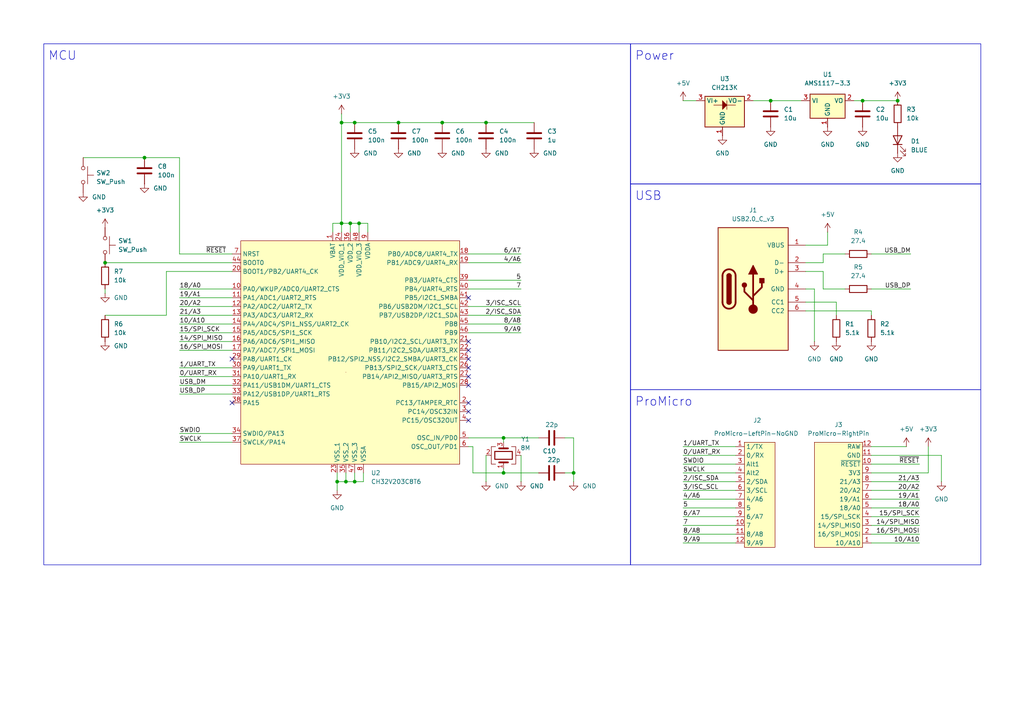
<source format=kicad_sch>
(kicad_sch (version 20231120) (generator "eeschema") (generator_version "8.0")
  (paper "A4")
  (title_block (title "CH32V203Micro") (rev "1.2.2") (company "74th"))
  (lib_symbols
    (symbol "74th_Interface:ProMicro-Left_NoGND"
      (property "Reference" "CH" (at 0 12.7 0))
      (property "Value" "ProMicro-Left_NoGND" (at 0 15.24 0))
      (symbol "ProMicro-Left_NoGND_0_1"
        (rectangle (start -3.81 11.43) (end 5.08 -19.05) (stroke (width 0.1524)) (fill (type background)))
      )
      (symbol "ProMicro-Left_NoGND_1_1"
        (pin bidirectional line (at -6.35 10.16 0) (length 2.54) (name "1/TX") (number "1"))
        (pin bidirectional line (at -6.35 -12.7 0) (length 2.54) (name "7") (number "10"))
        (pin bidirectional line (at -6.35 -15.24 0) (length 2.54) (name "8/A8") (number "11"))
        (pin bidirectional line (at -6.35 -17.78 0) (length 2.54) (name "9/A9") (number "12"))
        (pin bidirectional line (at -6.35 7.62 0) (length 2.54) (name "0/RX") (number "2"))
        (pin bidirectional line (at -6.35 5.08 0) (length 2.54) (name "Alt1") (number "3"))
        (pin bidirectional line (at -6.35 2.54 0) (length 2.54) (name "Alt2") (number "4"))
        (pin bidirectional line (at -6.35 0 0) (length 2.54) (name "2/SDA") (number "5"))
        (pin bidirectional line (at -6.35 -2.54 0) (length 2.54) (name "3/SCL") (number "6"))
        (pin bidirectional line (at -6.35 -5.08 0) (length 2.54) (name "4/A6") (number "7"))
        (pin bidirectional line (at -6.35 -7.62 0) (length 2.54) (name "5") (number "8"))
        (pin bidirectional line (at -6.35 -10.16 0) (length 2.54) (name "6/A7") (number "9"))
      )
    )
    (symbol "74th_Interface:ProMicro-Right"
      (property "Reference" "CH" (at 0 12.7 0))
      (property "Value" "ProMicro-Right" (at 0 15.24 0))
      (symbol "ProMicro-Right_0_1"
        (rectangle (start -3.81 11.43) (end 10.16 -19.05) (stroke (width 0.1524)) (fill (type background)))
      )
      (symbol "ProMicro-Right_1_1"
        (pin bidirectional line (at 12.7 -17.78 180) (length 2.54) (name "10/A10") (number "1"))
        (pin input line (at 12.7 5.08 180) (length 2.54) (name "~{RESET}") (number "10"))
        (pin power_in line (at 12.7 7.62 180) (length 2.54) (name "GND") (number "11"))
        (pin power_in line (at 12.7 10.16 180) (length 2.54) (name "RAW") (number "12"))
        (pin bidirectional line (at 12.7 -15.24 180) (length 2.54) (name "16/SPI_MOSI") (number "2"))
        (pin bidirectional line (at 12.7 -12.7 180) (length 2.54) (name "14/SPI_MISO") (number "3"))
        (pin bidirectional line (at 12.7 -10.16 180) (length 2.54) (name "15/SPI_SCK") (number "4"))
        (pin bidirectional line (at 12.7 -7.62 180) (length 2.54) (name "18/A0") (number "5"))
        (pin bidirectional line (at 12.7 -5.08 180) (length 2.54) (name "19/A1") (number "6"))
        (pin bidirectional line (at 12.7 -2.54 180) (length 2.54) (name "20/A2") (number "7"))
        (pin bidirectional line (at 12.7 0 180) (length 2.54) (name "21/A3") (number "8"))
        (pin power_in line (at 12.7 2.54 180) (length 2.54) (name "3V3") (number "9"))
      )
    )
    (symbol "74th_Interface:USB_TypeC-2.0_Receptacle_Simple" (pin_names (offset 1.016))
      (property "Reference" "J" (at -10.16 19.05 0))
      (property "Value" "USB2.0-C_SMT" (at 15.24 19.05 0))
      (symbol "USB_TypeC-2.0_Receptacle_Simple_0_1"
        (rectangle (start -10.16 17.78) (end 10.16 -17.78) (stroke (width 0.254)) (fill (type background)))
        (arc (start -8.89 -3.81) (mid -6.985 -5.7067) (end -5.08 -3.81) (stroke (width 0.508)))
        (arc (start -7.62 -3.81) (mid -6.985 -4.4423) (end -6.35 -3.81) (stroke (width 0.254)))
        (arc (start -7.62 -3.81) (mid -6.985 -4.4423) (end -6.35 -3.81) (stroke (width 0.254)) (fill (type outline)))
        (rectangle (start -7.62 -3.81) (end -6.35 3.81) (stroke (width 0.254)) (fill (type outline)))
        (arc (start -6.35 3.81) (mid -6.985 4.4423) (end -7.62 3.81) (stroke (width 0.254)))
        (arc (start -6.35 3.81) (mid -6.985 4.4423) (end -7.62 3.81) (stroke (width 0.254)) (fill (type outline)))
        (arc (start -5.08 3.81) (mid -6.985 5.7067) (end -8.89 3.81) (stroke (width 0.508)))
        (circle (center -2.54 1.143) (radius 0.635) (stroke (width 0.254)) (fill (type outline)))
        (circle (center 0 -5.842) (radius 1.27) (fill (type outline)))
        (polyline (pts (xy -8.89 -3.81) (xy -8.89 3.81)) (stroke (width 0.508)))
        (polyline (pts (xy -5.08 3.81) (xy -5.08 -3.81)) (stroke (width 0.508)))
        (polyline (pts (xy 0 -5.842) (xy 0 4.318)) (stroke (width 0.508)))
        (polyline (pts (xy 0 -3.302) (xy -2.54 -0.762) (xy -2.54 0.508)) (stroke (width 0.508)))
        (polyline (pts (xy 0 -2.032) (xy 2.54 0.508) (xy 2.54 1.778)) (stroke (width 0.508)))
        (polyline (pts (xy -1.27 4.318) (xy 0 6.858) (xy 1.27 4.318) (xy -1.27 4.318)) (stroke (width 0.254)) (fill (type outline)))
        (rectangle (start 1.905 1.778) (end 3.175 3.048) (stroke (width 0.254)) (fill (type outline)))
      )
      (symbol "USB_TypeC-2.0_Receptacle_Simple_1_1"
        (pin power_out line (at 15.24 12.7 180) (length 5.08) (name "VBUS") (number "1"))
        (pin bidirectional line (at 15.24 7.62 180) (length 5.08) (name "D-") (number "2"))
        (pin bidirectional line (at 15.24 5.08 180) (length 5.08) (name "D+") (number "3"))
        (pin power_out line (at 15.24 0 180) (length 5.08) (name "GND") (number "4"))
        (pin input line (at 15.24 -3.81 180) (length 5.08) (name "CC1") (number "5"))
        (pin input line (at 15.24 -6.35 180) (length 5.08) (name "CC2") (number "6"))
      )
    )
    (symbol "74th_MCU:CH32V203CxT6"
      (property "Reference" "U" (at -24.13 25.4 0))
      (property "Value" "CH32V203CxT6" (at 24.13 24.13 0))
      (symbol "CH32V203CxT6_0_1"
        (rectangle (start -31.75 22.86) (end 31.75 -41.91) (stroke (width 0.1524)) (fill (type background)))
        (rectangle (start -1.27 -15.24) (end -1.27 -15.24) (stroke (width 0.1524)))
      )
      (symbol "CH32V203CxT6_1_1"
        (pin power_in line (at -5.08 25.4 270) (length 2.54) (name "VBAT") (number "1"))
        (pin bidirectional line (at -34.29 8.89 0) (length 2.54) (name "PA0/WKUP/ADC0/UART2_CTS") (number "10"))
        (pin bidirectional line (at -34.29 6.35 0) (length 2.54) (name "PA1/ADC1/UART2_RTS") (number "11"))
        (pin bidirectional line (at -34.29 3.81 0) (length 2.54) (name "PA2/ADC2/UART2_TX") (number "12"))
        (pin bidirectional line (at -34.29 1.27 0) (length 2.54) (name "PA3/ADC3/UART2_RX") (number "13"))
        (pin bidirectional line (at -34.29 -1.27 0) (length 2.54) (name "PA4/ADC4/SPI1_NSS/UART2_CK") (number "14"))
        (pin bidirectional line (at -34.29 -3.81 0) (length 2.54) (name "PA5/ADC5/SPI1_SCK") (number "15"))
        (pin bidirectional line (at -34.29 -6.35 0) (length 2.54) (name "PA6/ADC6/SPI1_MISO") (number "16"))
        (pin bidirectional line (at -34.29 -8.89 0) (length 2.54) (name "PA7/ADC7/SPI1_MOSI") (number "17"))
        (pin bidirectional line (at 34.29 19.05 180) (length 2.54) (name "PB0/ADC8/UART4_TX") (number "18"))
        (pin bidirectional line (at 34.29 16.51 180) (length 2.54) (name "PB1/ADC9/UART4_RX") (number "19"))
        (pin bidirectional line (at 34.29 -24.13 180) (length 2.54) (name "PC13/TAMPER_RTC") (number "2"))
        (pin bidirectional line (at -34.29 13.97 0) (length 2.54) (name "BOOT1/PB2/UART4_CK") (number "20"))
        (pin bidirectional line (at 34.29 -6.35 180) (length 2.54) (name "PB10/I2C2_SCL/UART3_TX") (number "21"))
        (pin bidirectional line (at 34.29 -8.89 180) (length 2.54) (name "PB11/I2C2_SDA/UART3_RX") (number "22"))
        (pin power_in line (at -3.81 -44.45 90) (length 2.54) (name "VSS_1") (number "23"))
        (pin power_in line (at -2.54 25.4 270) (length 2.54) (name "VDD_VIO_1") (number "24"))
        (pin bidirectional line (at 34.29 -11.43 180) (length 2.54) (name "PB12/SPI2_NSS/I2C2_SMBA/UART3_CK") (number "25"))
        (pin bidirectional line (at 34.29 -13.97 180) (length 2.54) (name "PB13/SPI2_SCK/UART3_CTS") (number "26"))
        (pin bidirectional line (at 34.29 -16.51 180) (length 2.54) (name "PB14/API2_MISO/UART3_RTS") (number "27"))
        (pin bidirectional line (at 34.29 -19.05 180) (length 2.54) (name "PB15/API2_MOSI") (number "28"))
        (pin bidirectional line (at -34.29 -11.43 0) (length 2.54) (name "PA8/UART1_CK") (number "29"))
        (pin bidirectional line (at 34.29 -26.67 180) (length 2.54) (name "PC14/OSC32IN") (number "3"))
        (pin bidirectional line (at -34.29 -13.97 0) (length 2.54) (name "PA9/UART1_TX") (number "30"))
        (pin bidirectional line (at -34.29 -16.51 0) (length 2.54) (name "PA10/UART1_RX") (number "31"))
        (pin bidirectional line (at -34.29 -19.05 0) (length 2.54) (name "PA11/USB1DM/UART1_CTS") (number "32"))
        (pin bidirectional line (at -34.29 -21.59 0) (length 2.54) (name "PA12/USB1DP/UART1_RTS") (number "33"))
        (pin bidirectional line (at -34.29 -33.02 0) (length 2.54) (name "SWDIO/PA13") (number "34"))
        (pin power_in line (at -1.27 -44.45 90) (length 2.54) (name "VSS_2") (number "35"))
        (pin power_in line (at 0 25.4 270) (length 2.54) (name "VDD_2") (number "36"))
        (pin bidirectional line (at -34.29 -35.56 0) (length 2.54) (name "SWCLK/PA14") (number "37"))
        (pin bidirectional line (at -34.29 -24.13 0) (length 2.54) (name "PA15") (number "38"))
        (pin bidirectional line (at 34.29 11.43 180) (length 2.54) (name "PB3/UART4_CTS") (number "39"))
        (pin bidirectional line (at 34.29 -29.21 180) (length 2.54) (name "PC15/OSC32OUT") (number "4"))
        (pin bidirectional line (at 34.29 8.89 180) (length 2.54) (name "PB4/UART4_RTS") (number "40"))
        (pin bidirectional line (at 34.29 6.35 180) (length 2.54) (name "PB5/I2C1_SMBA") (number "41"))
        (pin bidirectional line (at 34.29 3.81 180) (length 2.54) (name "PB6/USB2DM/I2C1_SCL") (number "42"))
        (pin bidirectional line (at 34.29 1.27 180) (length 2.54) (name "PB7/USB2DP/I2C1_SDA") (number "43"))
        (pin input line (at -34.29 16.51 0) (length 2.54) (name "BOOT0") (number "44"))
        (pin bidirectional line (at 34.29 -1.27 180) (length 2.54) (name "PB8") (number "45"))
        (pin bidirectional line (at 34.29 -3.81 180) (length 2.54) (name "PB9") (number "46"))
        (pin power_in line (at 1.27 -44.45 90) (length 2.54) (name "VSS_3") (number "47"))
        (pin power_in line (at 2.54 25.4 270) (length 2.54) (name "VDD_VIO_3") (number "48"))
        (pin bidirectional line (at 34.29 -34.29 180) (length 2.54) (name "OSC_IN/PD0") (number "5"))
        (pin bidirectional line (at 34.29 -36.83 180) (length 2.54) (name "OSC_OUT/PD1") (number "6"))
        (pin input line (at -34.29 19.05 0) (length 2.54) (name "NRST") (number "7"))
        (pin input line (at 3.81 -44.45 90) (length 2.54) (name "VSSA") (number "8"))
        (pin input line (at 5.08 25.4 270) (length 2.54) (name "VDDA") (number "9"))
      )
    )
    (symbol "74th_Passive:CH213K_Ideal-Diode-for-USB-Power"
      (property "Reference" "U" (at -3.81 6.35 0))
      (property "Value" "CH213K" (at 2.54 6.35 0))
      (symbol "CH213K_Ideal-Diode-for-USB-Power_0_1"
        (polyline (pts (xy -2.54 2.54) (xy 3.81 2.54)))
        (polyline (pts (xy 1.27 3.81) (xy 1.27 1.27)))
      )
      (symbol "CH213K_Ideal-Diode-for-USB-Power_1_1"
        (rectangle (start -5.08 5.08) (end 6.35 -3.81) (stroke (width 0.254)) (fill (type background)))
        (polyline (pts (xy 0 3.81) (xy 0 1.27) (xy 1.27 2.54) (xy 0 3.81)) (fill (type outline)))
        (pin power_in line (at 0 -6.35 90) (length 2.54) (name "GND") (number "1"))
        (pin power_out line (at 8.89 3.81 180) (length 2.54) (name "VO-") (number "2"))
        (pin power_in line (at -7.62 3.81 0) (length 2.54) (name "VI+") (number "3"))
      )
    )
    (symbol "Device:C" (pin_numbers hide) (pin_names (offset 0.254))
      (property "Reference" "C" (at 0.635 2.54 0))
      (property "Value" "C" (at 0.635 -2.54 0))
      (symbol "C_0_1"
        (polyline (pts (xy -2.032 -0.762) (xy 2.032 -0.762)) (stroke (width 0.508)))
        (polyline (pts (xy -2.032 0.762) (xy 2.032 0.762)) (stroke (width 0.508)))
      )
      (symbol "C_1_1"
        (pin passive line (at 0 3.81 270) (length 2.794) (name "~") (number "1"))
        (pin passive line (at 0 -3.81 90) (length 2.794) (name "~") (number "2"))
      )
    )
    (symbol "Device:Crystal_GND24" (pin_names (offset 1.016) hide)
      (property "Reference" "Y" (at 3.175 5.08 0))
      (property "Value" "Crystal_GND24" (at 3.175 3.175 0))
      (symbol "Crystal_GND24_0_1"
        (rectangle (start -1.143 2.54) (end 1.143 -2.54) (stroke (width 0.3048)))
        (polyline (pts (xy -2.54 0) (xy -2.032 0)))
        (polyline (pts (xy -2.032 -1.27) (xy -2.032 1.27)) (stroke (width 0.508)))
        (polyline (pts (xy 0 -3.81) (xy 0 -3.556)))
        (polyline (pts (xy 0 3.556) (xy 0 3.81)))
        (polyline (pts (xy 2.032 -1.27) (xy 2.032 1.27)) (stroke (width 0.508)))
        (polyline (pts (xy 2.032 0) (xy 2.54 0)))
        (polyline (pts (xy -2.54 -2.286) (xy -2.54 -3.556) (xy 2.54 -3.556) (xy 2.54 -2.286)))
        (polyline (pts (xy -2.54 2.286) (xy -2.54 3.556) (xy 2.54 3.556) (xy 2.54 2.286)))
      )
      (symbol "Crystal_GND24_1_1"
        (pin passive line (at -3.81 0 0) (length 1.27) (name "1") (number "1"))
        (pin passive line (at 0 5.08 270) (length 1.27) (name "2") (number "2"))
        (pin passive line (at 3.81 0 180) (length 1.27) (name "3") (number "3"))
        (pin passive line (at 0 -5.08 90) (length 1.27) (name "4") (number "4"))
      )
    )
    (symbol "Device:LED" (pin_numbers hide) (pin_names (offset 1.016) hide)
      (property "Reference" "D" (at 0 2.54 0))
      (property "Value" "LED" (at 0 -2.54 0))
      (symbol "LED_0_1"
        (polyline (pts (xy -1.27 -1.27) (xy -1.27 1.27)) (stroke (width 0.254)))
        (polyline (pts (xy -1.27 0) (xy 1.27 0)))
        (polyline (pts (xy 1.27 -1.27) (xy 1.27 1.27) (xy -1.27 0) (xy 1.27 -1.27)) (stroke (width 0.254)))
        (polyline (pts (xy -3.048 -0.762) (xy -4.572 -2.286) (xy -3.81 -2.286) (xy -4.572 -2.286) (xy -4.572 -1.524)))
        (polyline (pts (xy -1.778 -0.762) (xy -3.302 -2.286) (xy -2.54 -2.286) (xy -3.302 -2.286) (xy -3.302 -1.524)))
      )
      (symbol "LED_1_1"
        (pin passive line (at -3.81 0 0) (length 2.54) (name "K") (number "1"))
        (pin passive line (at 3.81 0 180) (length 2.54) (name "A") (number "2"))
      )
    )
    (symbol "Device:R" (pin_numbers hide) (pin_names (offset 0))
      (property "Reference" "R" (at 2.032 0 90))
      (property "Value" "R" (at 0 0 90))
      (symbol "R_0_1"
        (rectangle (start -1.016 -2.54) (end 1.016 2.54) (stroke (width 0.254)))
      )
      (symbol "R_1_1"
        (pin passive line (at 0 3.81 270) (length 1.27) (name "~") (number "1"))
        (pin passive line (at 0 -3.81 90) (length 1.27) (name "~") (number "2"))
      )
    )
    (symbol "Regulator_Linear:AMS1117-3.3"
      (property "Reference" "U" (at -3.81 3.175 0))
      (property "Value" "AMS1117-3.3" (at 0 3.175 0))
      (symbol "AMS1117-3.3_0_1"
        (rectangle (start -5.08 -5.08) (end 5.08 1.905) (stroke (width 0.254)) (fill (type background)))
      )
      (symbol "AMS1117-3.3_1_1"
        (pin power_in line (at 0 -7.62 90) (length 2.54) (name "GND") (number "1"))
        (pin power_out line (at 7.62 0 180) (length 2.54) (name "VO") (number "2"))
        (pin power_in line (at -7.62 0 0) (length 2.54) (name "VI") (number "3"))
      )
    )
    (symbol "Switch:SW_Push" (pin_numbers hide) (pin_names (offset 1.016) hide)
      (property "Reference" "SW" (at 1.27 2.54 0))
      (property "Value" "SW_Push" (at 0 -1.524 0))
      (symbol "SW_Push_0_1"
        (circle (center -2.032 0) (radius 0.508))
        (polyline (pts (xy 0 1.27) (xy 0 3.048)))
        (polyline (pts (xy 2.54 1.27) (xy -2.54 1.27)))
        (circle (center 2.032 0) (radius 0.508))
        (pin passive line (at -5.08 0 0) (length 2.54) (name "1") (number "1"))
        (pin passive line (at 5.08 0 180) (length 2.54) (name "2") (number "2"))
      )
    )
    (symbol "power:+3V3" (power) (pin_numbers hide) (pin_names (offset 0) hide)
      (property "Value" "+3V3" (at 0 3.556 0))
      (symbol "+3V3_0_1"
        (polyline (pts (xy -0.762 1.27) (xy 0 2.54)))
        (polyline (pts (xy 0 0) (xy 0 2.54)))
        (polyline (pts (xy 0 2.54) (xy 0.762 1.27)))
      )
      (symbol "+3V3_1_1"
        (pin power_in line (at 0 0 90) (length 0) (name "~") (number "1"))
      )
    )
    (symbol "power:+5V" (power) (pin_numbers hide) (pin_names (offset 0) hide)
      (property "Value" "+5V" (at 0 3.556 0))
      (symbol "+5V_0_1"
        (polyline (pts (xy -0.762 1.27) (xy 0 2.54)))
        (polyline (pts (xy 0 0) (xy 0 2.54)))
        (polyline (pts (xy 0 2.54) (xy 0.762 1.27)))
      )
      (symbol "+5V_1_1"
        (pin power_in line (at 0 0 90) (length 0) (name "~") (number "1"))
      )
    )
    (symbol "power:GND" (power) (pin_numbers hide) (pin_names (offset 0) hide)
      (property "Value" "GND" (at 0 -3.81 0))
      (symbol "GND_0_1"
        (polyline (pts (xy 0 0) (xy 0 -1.27) (xy 1.27 -1.27) (xy 0 -2.54) (xy -1.27 -1.27) (xy 0 -1.27)))
      )
      (symbol "GND_1_1"
        (pin power_in line (at 0 0 270) (length 0) (name "~") (number "1"))
      )
    )
  )
  (junction (at 99.06 35.56))
  (junction (at 30.48 76.2))
  (junction (at 146.05 127))
  (junction (at 140.97 35.56))
  (junction (at 115.57 35.56))
  (junction (at 97.79 139.7))
  (junction (at 104.14 64.77))
  (junction (at 260.35 29.21))
  (junction (at 250.19 29.21))
  (junction (at 166.37 137.16))
  (junction (at 99.06 64.77))
  (junction (at 41.91 45.72))
  (junction (at 101.6 64.77))
  (junction (at 100.33 139.7))
  (junction (at 102.87 35.56))
  (junction (at 128.27 35.56))
  (junction (at 102.87 139.7))
  (junction (at 146.05 137.16))
  (junction (at 223.52 29.21))
  (no_connect (at 135.89 101.6))
  (no_connect (at 135.89 99.06))
  (no_connect (at 135.89 109.22))
  (no_connect (at 135.89 104.14))
  (no_connect (at 67.31 104.14))
  (no_connect (at 135.89 119.38))
  (no_connect (at 135.89 111.76))
  (no_connect (at 135.89 106.68))
  (no_connect (at 135.89 121.92))
  (no_connect (at 135.89 86.36))
  (no_connect (at 135.89 116.84))
  (no_connect (at 67.31 116.84))
  (wire (pts (xy 96.52 64.77) (xy 99.06 64.77)))
  (wire (pts (xy 30.48 76.2) (xy 67.31 76.2)))
  (wire (pts (xy 198.12 152.4) (xy 213.36 152.4)))
  (wire (pts (xy 238.76 83.82) (xy 245.11 83.82)))
  (wire (pts (xy 52.07 114.3) (xy 67.31 114.3)))
  (wire (pts (xy 166.37 139.7) (xy 166.37 137.16)))
  (wire (pts (xy 41.91 45.72) (xy 52.07 45.72)))
  (wire (pts (xy 198.12 129.54) (xy 213.36 129.54)))
  (wire (pts (xy 252.73 149.86) (xy 266.7 149.86)))
  (wire (pts (xy 135.89 91.44) (xy 151.13 91.44)))
  (wire (pts (xy 128.27 35.56) (xy 140.97 35.56)))
  (wire (pts (xy 52.07 45.72) (xy 52.07 73.66)))
  (wire (pts (xy 102.87 35.56) (xy 115.57 35.56)))
  (wire (pts (xy 135.89 76.2) (xy 151.13 76.2)))
  (wire (pts (xy 198.12 142.24) (xy 213.36 142.24)))
  (wire (pts (xy 198.12 149.86) (xy 213.36 149.86)))
  (wire (pts (xy 97.79 139.7) (xy 97.79 142.24)))
  (wire (pts (xy 52.07 106.68) (xy 67.31 106.68)))
  (wire (pts (xy 236.22 83.82) (xy 233.68 83.82)))
  (wire (pts (xy 198.12 134.62) (xy 213.36 134.62)))
  (wire (pts (xy 52.07 83.82) (xy 67.31 83.82)))
  (wire (pts (xy 238.76 78.74) (xy 238.76 83.82)))
  (wire (pts (xy 252.73 139.7) (xy 266.7 139.7)))
  (wire (pts (xy 146.05 135.89) (xy 146.05 137.16)))
  (wire (pts (xy 252.73 129.54) (xy 262.89 129.54)))
  (wire (pts (xy 198.12 29.21) (xy 201.93 29.21)))
  (wire (pts (xy 52.07 93.98) (xy 67.31 93.98)))
  (wire (pts (xy 52.07 88.9) (xy 67.31 88.9)))
  (wire (pts (xy 30.48 91.44) (xy 48.26 91.44)))
  (wire (pts (xy 252.73 73.66) (xy 264.16 73.66)))
  (wire (pts (xy 252.73 90.17) (xy 252.73 91.44)))
  (wire (pts (xy 236.22 83.82) (xy 236.22 99.06)))
  (wire (pts (xy 52.07 109.22) (xy 67.31 109.22)))
  (wire (pts (xy 135.89 88.9) (xy 151.13 88.9)))
  (wire (pts (xy 151.13 83.82) (xy 135.89 83.82)))
  (wire (pts (xy 99.06 35.56) (xy 102.87 35.56)))
  (wire (pts (xy 101.6 64.77) (xy 101.6 67.31)))
  (wire (pts (xy 99.06 35.56) (xy 99.06 64.77)))
  (wire (pts (xy 242.57 87.63) (xy 242.57 91.44)))
  (wire (pts (xy 104.14 64.77) (xy 101.6 64.77)))
  (wire (pts (xy 96.52 67.31) (xy 96.52 64.77)))
  (wire (pts (xy 67.31 78.74) (xy 48.26 78.74)))
  (wire (pts (xy 238.76 73.66) (xy 238.76 76.2)))
  (wire (pts (xy 146.05 127) (xy 156.21 127)))
  (wire (pts (xy 52.07 86.36) (xy 67.31 86.36)))
  (wire (pts (xy 252.73 132.08) (xy 273.05 132.08)))
  (wire (pts (xy 151.13 132.08) (xy 151.13 139.7)))
  (wire (pts (xy 140.97 132.08) (xy 140.97 139.7)))
  (wire (pts (xy 252.73 83.82) (xy 264.16 83.82)))
  (wire (pts (xy 252.73 152.4) (xy 266.7 152.4)))
  (wire (pts (xy 102.87 137.16) (xy 102.87 139.7)))
  (wire (pts (xy 100.33 137.16) (xy 100.33 139.7)))
  (wire (pts (xy 100.33 139.7) (xy 97.79 139.7)))
  (wire (pts (xy 198.12 154.94) (xy 213.36 154.94)))
  (wire (pts (xy 166.37 127) (xy 166.37 137.16)))
  (wire (pts (xy 252.73 134.62) (xy 266.7 134.62)))
  (wire (pts (xy 105.41 137.16) (xy 105.41 139.7)))
  (wire (pts (xy 99.06 64.77) (xy 99.06 67.31)))
  (wire (pts (xy 97.79 137.16) (xy 97.79 139.7)))
  (wire (pts (xy 135.89 93.98) (xy 151.13 93.98)))
  (wire (pts (xy 247.65 29.21) (xy 250.19 29.21)))
  (wire (pts (xy 102.87 139.7) (xy 100.33 139.7)))
  (wire (pts (xy 198.12 139.7) (xy 213.36 139.7)))
  (wire (pts (xy 252.73 157.48) (xy 266.7 157.48)))
  (wire (pts (xy 137.16 137.16) (xy 146.05 137.16)))
  (wire (pts (xy 233.68 71.12) (xy 240.03 71.12)))
  (wire (pts (xy 269.24 137.16) (xy 269.24 129.54)))
  (wire (pts (xy 238.76 78.74) (xy 233.68 78.74)))
  (wire (pts (xy 198.12 144.78) (xy 213.36 144.78)))
  (wire (pts (xy 252.73 142.24) (xy 266.7 142.24)))
  (wire (pts (xy 151.13 81.28) (xy 135.89 81.28)))
  (wire (pts (xy 52.07 91.44) (xy 67.31 91.44)))
  (wire (pts (xy 104.14 64.77) (xy 106.68 64.77)))
  (wire (pts (xy 146.05 127) (xy 146.05 128.27)))
  (wire (pts (xy 52.07 96.52) (xy 67.31 96.52)))
  (wire (pts (xy 52.07 73.66) (xy 67.31 73.66)))
  (wire (pts (xy 137.16 129.54) (xy 137.16 137.16)))
  (wire (pts (xy 146.05 137.16) (xy 156.21 137.16)))
  (wire (pts (xy 115.57 35.56) (xy 128.27 35.56)))
  (wire (pts (xy 198.12 157.48) (xy 213.36 157.48)))
  (wire (pts (xy 198.12 147.32) (xy 213.36 147.32)))
  (wire (pts (xy 24.13 45.72) (xy 41.91 45.72)))
  (wire (pts (xy 52.07 128.27) (xy 67.31 128.27)))
  (wire (pts (xy 104.14 64.77) (xy 104.14 67.31)))
  (wire (pts (xy 135.89 73.66) (xy 151.13 73.66)))
  (wire (pts (xy 52.07 125.73) (xy 67.31 125.73)))
  (wire (pts (xy 99.06 33.02) (xy 99.06 35.56)))
  (wire (pts (xy 135.89 129.54) (xy 137.16 129.54)))
  (wire (pts (xy 52.07 111.76) (xy 67.31 111.76)))
  (wire (pts (xy 252.73 144.78) (xy 266.7 144.78)))
  (wire (pts (xy 106.68 67.31) (xy 106.68 64.77)))
  (wire (pts (xy 140.97 35.56) (xy 154.94 35.56)))
  (wire (pts (xy 252.73 137.16) (xy 269.24 137.16)))
  (wire (pts (xy 240.03 67.31) (xy 240.03 71.12)))
  (wire (pts (xy 48.26 78.74) (xy 48.26 91.44)))
  (wire (pts (xy 238.76 73.66) (xy 245.11 73.66)))
  (wire (pts (xy 238.76 76.2) (xy 233.68 76.2)))
  (wire (pts (xy 166.37 137.16) (xy 163.83 137.16)))
  (wire (pts (xy 135.89 127) (xy 146.05 127)))
  (wire (pts (xy 52.07 101.6) (xy 67.31 101.6)))
  (wire (pts (xy 223.52 29.21) (xy 232.41 29.21)))
  (wire (pts (xy 198.12 132.08) (xy 213.36 132.08)))
  (wire (pts (xy 273.05 132.08) (xy 273.05 139.7)))
  (wire (pts (xy 198.12 137.16) (xy 213.36 137.16)))
  (wire (pts (xy 30.48 83.82) (xy 30.48 85.09)))
  (wire (pts (xy 166.37 127) (xy 163.83 127)))
  (wire (pts (xy 252.73 154.94) (xy 266.7 154.94)))
  (wire (pts (xy 250.19 29.21) (xy 260.35 29.21)))
  (wire (pts (xy 105.41 139.7) (xy 102.87 139.7)))
  (wire (pts (xy 135.89 96.52) (xy 151.13 96.52)))
  (wire (pts (xy 252.73 147.32) (xy 266.7 147.32)))
  (wire (pts (xy 52.07 99.06) (xy 67.31 99.06)))
  (wire (pts (xy 101.6 64.77) (xy 99.06 64.77)))
  (wire (pts (xy 233.68 87.63) (xy 242.57 87.63)))
  (wire (pts (xy 233.68 90.17) (xy 252.73 90.17)))
  (wire (pts (xy 218.44 29.21) (xy 223.52 29.21)))
  (rectangle (start 182.88 12.7) (end 284.48 53.34))
  (rectangle (start 182.88 53.34) (end 284.48 113.03))
  (rectangle (start 12.7 12.7) (end 182.88 163.83))
  (rectangle (start 182.88 113.03) (end 284.48 163.83))
  (text "USB" (at 184.15 58.42 0) (effects (font (size 2.54 2.54)) (justify left bottom)))
  (text "ProMicro" (at 184.15 118.11 0) (effects (font (size 2.54 2.54)) (justify left bottom)))
  (text "MCU" (at 13.97 17.78 0) (effects (font (size 2.54 2.54)) (justify left bottom)))
  (text "Power" (at 184.15 17.78 0) (effects (font (size 2.54 2.54)) (justify left bottom)))
  (label "4{slash}A6" (at 151.13 76.2 180))
  (label "19{slash}A1" (at 266.7 144.78 180))
  (label "1{slash}UART_TX" (at 52.07 106.68 0))
  (label "10{slash}A10" (at 266.7 157.48 180))
  (label "9{slash}A9" (at 198.12 157.48 0))
  (label "2{slash}ISC_SDA" (at 198.12 139.7 0))
  (label "SWCLK" (at 52.07 128.27 0))
  (label "0{slash}UART_RX" (at 52.07 109.22 0))
  (label "~{RESET}" (at 59.69 73.66 0))
  (label "10{slash}A10" (at 52.07 93.98 0))
  (label "9{slash}A9" (at 151.13 96.52 180))
  (label "7" (at 198.12 152.4 0))
  (label "8{slash}A8" (at 151.13 93.98 180))
  (label "3{slash}ISC_SCL" (at 198.12 142.24 0))
  (label "4{slash}A6" (at 198.12 144.78 0))
  (label "3{slash}ISC_SCL" (at 151.13 88.9 180))
  (label "18{slash}A0" (at 266.7 147.32 180))
  (label "18{slash}A0" (at 52.07 83.82 0))
  (label "SWCLK" (at 198.12 137.16 0))
  (label "21{slash}A3" (at 52.07 91.44 0))
  (label "5" (at 198.12 147.32 0))
  (label "16{slash}SPI_MOSI" (at 266.7 154.94 180))
  (label "8{slash}A8" (at 198.12 154.94 0))
  (label "6{slash}A7" (at 151.13 73.66 180))
  (label "16{slash}SPI_MOSI" (at 52.07 101.6 0))
  (label "15{slash}SPI_SCK" (at 52.07 96.52 0))
  (label "SWDIO" (at 52.07 125.73 0))
  (label "7" (at 151.13 83.82 180))
  (label "USB_DM" (at 264.16 73.66 180))
  (label "14{slash}SPI_MISO" (at 52.07 99.06 0))
  (label "5" (at 151.13 81.28 180))
  (label "SWDIO" (at 198.12 134.62 0))
  (label "~{RESET}" (at 266.7 134.62 180))
  (label "1{slash}UART_TX" (at 198.12 129.54 0))
  (label "USB_DM" (at 52.07 111.76 0))
  (label "6{slash}A7" (at 198.12 149.86 0))
  (label "0{slash}UART_RX" (at 198.12 132.08 0))
  (label "21{slash}A3" (at 266.7 139.7 180))
  (label "20{slash}A2" (at 266.7 142.24 180))
  (label "20{slash}A2" (at 52.07 88.9 0))
  (label "15{slash}SPI_SCK" (at 266.7 149.86 180))
  (label "USB_DP" (at 264.16 83.82 180))
  (label "14{slash}SPI_MISO" (at 266.7 152.4 180))
  (label "USB_DP" (at 52.07 114.3 0))
  (label "2{slash}ISC_SDA" (at 151.13 91.44 180))
  (label "19{slash}A1" (at 52.07 86.36 0))
  (symbol (lib_id "Device:C") (at 154.94 39.37 0) (unit 1)
    (property "Reference" "C3" (at 158.75 38.1 0) (effects (justify left)))
    (property "Value" "1u" (at 158.75 40.64 0) (effects (justify left)))
    (property "Footprint" "74th:Capacitor_0805_2012" (effects (hide yes)))
    (property "Description" "Unpolarized capacitor" (effects (hide yes)))
  )
  (symbol (lib_id "power:+5V") (at 198.12 29.21 0) (unit 1)
    (property "Reference" "#PWR012" (effects (hide yes)))
    (property "Value" "+5V" (at 198.12 24.13 0))
    (property "Description" "Power symbol creates a global label with name \"+5V\"" (effects (hide yes)))
  )
  (symbol (lib_id "Device:R") (at 260.35 33.02 0) (unit 1)
    (property "Reference" "R3" (at 262.89 31.75 0) (effects (justify left)))
    (property "Value" "10k" (at 262.89 34.29 0) (effects (justify left)))
    (property "Footprint" "74th:Register_0805_2012" (effects (hide yes)))
    (property "Description" "Resistor" (effects (hide yes)))
  )
  (symbol (lib_id "Device:C") (at 102.87 39.37 0) (unit 1)
    (property "Reference" "C5" (at 106.68 38.0999 0) (effects (justify left)))
    (property "Value" "100n" (at 106.68 40.6399 0) (effects (justify left)))
    (property "Footprint" "74th:Capacitor_0805_2012" (effects (hide yes)))
    (property "Description" "Unpolarized capacitor" (effects (hide yes)))
  )
  (symbol (lib_id "power:GND") (at 252.73 99.06 0) (unit 1)
    (property "Reference" "#PWR0123" (effects (hide yes)))
    (property "Value" "GND" (at 252.73 104.14 0))
    (property "Description" "Power symbol creates a global label with name \"GND\" , ground" (effects (hide yes)))
  )
  (symbol (lib_id "power:GND") (at 236.22 99.06 0) (unit 1)
    (property "Reference" "#PWR0124" (effects (hide yes)))
    (property "Value" "GND" (at 236.22 104.14 0))
    (property "Description" "Power symbol creates a global label with name \"GND\" , ground" (effects (hide yes)))
  )
  (symbol (lib_id "power:GND") (at 140.97 43.18 0) (unit 1)
    (property "Reference" "#PWR04" (effects (hide yes)))
    (property "Value" "GND" (at 143.51 44.4499 0) (effects (justify left)))
    (property "Description" "Power symbol creates a global label with name \"GND\" , ground" (effects (hide yes)))
  )
  (symbol (lib_id "power:GND") (at 97.79 142.24 0) (unit 1)
    (property "Reference" "#PWR0101" (effects (hide yes)))
    (property "Value" "GND" (at 97.79 147.32 0))
    (property "Description" "Power symbol creates a global label with name \"GND\" , ground" (effects (hide yes)))
  )
  (symbol (lib_id "power:GND") (at 240.03 36.83 0) (unit 1)
    (property "Reference" "#PWR0120" (effects (hide yes)))
    (property "Value" "GND" (at 240.03 41.91 0))
    (property "Description" "Power symbol creates a global label with name \"GND\" , ground" (effects (hide yes)))
  )
  (symbol (lib_id "power:GND") (at 151.13 139.7 0) (unit 1)
    (property "Reference" "#PWR0126" (effects (hide yes)))
    (property "Value" "GND" (at 153.67 140.9699 0) (effects (justify left)))
    (property "Description" "Power symbol creates a global label with name \"GND\" , ground" (effects (hide yes)))
  )
  (symbol (lib_id "power:GND") (at 41.91 53.34 0) (unit 1)
    (property "Reference" "#PWR0111" (effects (hide yes)))
    (property "Value" "GND" (at 44.45 54.6099 0) (effects (justify left)))
    (property "Description" "Power symbol creates a global label with name \"GND\" , ground" (effects (hide yes)))
  )
  (symbol (lib_id "power:GND") (at 250.19 36.83 0) (unit 1)
    (property "Reference" "#PWR0108" (effects (hide yes)))
    (property "Value" "GND" (at 250.19 41.91 0))
    (property "Description" "Power symbol creates a global label with name \"GND\" , ground" (effects (hide yes)))
  )
  (symbol (lib_id "power:GND") (at 260.35 44.45 0) (unit 1)
    (property "Reference" "#PWR0110" (effects (hide yes)))
    (property "Value" "GND" (at 260.35 49.53 0))
    (property "Description" "Power symbol creates a global label with name \"GND\" , ground" (effects (hide yes)))
  )
  (symbol (lib_id "power:+5V") (at 262.89 129.54 0) (unit 1)
    (property "Reference" "#PWR06" (effects (hide yes)))
    (property "Value" "+5V" (at 262.89 124.46 0))
    (property "Description" "Power symbol creates a global label with name \"+5V\"" (effects (hide yes)))
  )
  (symbol (lib_id "Device:R") (at 248.92 73.66 90) (unit 1)
    (property "Reference" "R4" (at 248.92 67.31 90))
    (property "Value" "27.4" (at 248.92 69.85 90))
    (property "Footprint" "74th:Register_0805_2012" (effects (hide yes)))
    (property "Description" "Resistor" (effects (hide yes)))
  )
  (symbol (lib_id "power:+3V3") (at 269.24 129.54 0) (unit 1)
    (property "Reference" "#PWR07" (effects (hide yes)))
    (property "Value" "+3V3" (at 269.24 124.46 0))
    (property "Description" "Power symbol creates a global label with name \"+3V3\"" (effects (hide yes)))
  )
  (symbol (lib_id "Switch:SW_Push") (at 30.48 71.12 270) (unit 1)
    (property "Reference" "SW1" (at 34.29 69.85 90) (effects (justify left)))
    (property "Value" "SW_Push" (at 34.29 72.39 90) (effects (justify left)))
    (property "Footprint" "74th:Switch_SKRPABE010" (effects (hide yes)))
    (property "Description" "Push button switch, generic, two pins" (effects (hide yes)))
  )
  (symbol (lib_id "Device:C") (at 140.97 39.37 0) (unit 1)
    (property "Reference" "C4" (at 144.78 38.0999 0) (effects (justify left)))
    (property "Value" "100n" (at 144.78 40.6399 0) (effects (justify left)))
    (property "Footprint" "74th:Capacitor_0805_2012" (effects (hide yes)))
    (property "Description" "Unpolarized capacitor" (effects (hide yes)))
  )
  (symbol (lib_id "power:GND") (at 223.52 36.83 0) (unit 1)
    (property "Reference" "#PWR0122" (effects (hide yes)))
    (property "Value" "GND" (at 223.52 41.91 0))
    (property "Description" "Power symbol creates a global label with name \"GND\" , ground" (effects (hide yes)))
  )
  (symbol (lib_id "power:GND") (at 30.48 85.09 0) (unit 1)
    (property "Reference" "#PWR0113" (effects (hide yes)))
    (property "Value" "GND" (at 33.02 86.3599 0) (effects (justify left)))
    (property "Description" "Power symbol creates a global label with name \"GND\" , ground" (effects (hide yes)))
  )
  (symbol (lib_id "power:GND") (at 115.57 43.18 0) (unit 1)
    (property "Reference" "#PWR0115" (effects (hide yes)))
    (property "Value" "GND" (at 118.11 44.4499 0) (effects (justify left)))
    (property "Description" "Power symbol creates a global label with name \"GND\" , ground" (effects (hide yes)))
  )
  (symbol (lib_id "power:GND") (at 30.48 99.06 0) (unit 1)
    (property "Reference" "#PWR02" (effects (hide yes)))
    (property "Value" "GND" (at 33.02 100.3299 0) (effects (justify left)))
    (property "Description" "Power symbol creates a global label with name \"GND\" , ground" (effects (hide yes)))
  )
  (symbol (lib_id "Device:C") (at 223.52 33.02 0) (unit 1)
    (property "Reference" "C1" (at 227.33 31.7499 0) (effects (justify left)))
    (property "Value" "10u" (at 227.33 34.2899 0) (effects (justify left)))
    (property "Footprint" "74th:Capacitor_0805_2012" (effects (hide yes)))
    (property "Description" "Unpolarized capacitor" (effects (hide yes)))
  )
  (symbol (lib_id "Device:C") (at 160.02 137.16 90) (unit 1)
    (property "Reference" "C10" (at 161.29 130.81 90) (effects (justify left)))
    (property "Value" "22p" (at 162.56 133.35 90) (effects (justify left)))
    (property "Footprint" "74th:Capacitor_0805_2012" (effects (hide yes)))
    (property "Description" "Unpolarized capacitor" (effects (hide yes)))
  )
  (symbol (lib_id "Device:R") (at 30.48 95.25 0) (unit 1)
    (property "Reference" "R6" (at 33.02 93.9799 0) (effects (justify left)))
    (property "Value" "10k" (at 33.02 96.5199 0) (effects (justify left)))
    (property "Footprint" "74th:Register_0805_2012" (effects (hide yes)))
    (property "Description" "Resistor" (effects (hide yes)))
  )
  (symbol (lib_id "Device:C") (at 250.19 33.02 0) (unit 1)
    (property "Reference" "C2" (at 254 31.75 0) (effects (justify left)))
    (property "Value" "10u" (at 254 34.29 0) (effects (justify left)))
    (property "Footprint" "74th:Capacitor_0805_2012" (effects (hide yes)))
    (property "Description" "Unpolarized capacitor" (effects (hide yes)))
  )
  (symbol (lib_id "power:GND") (at 166.37 139.7 0) (unit 1)
    (property "Reference" "#PWR0104" (effects (hide yes)))
    (property "Value" "GND" (at 168.91 140.9699 0) (effects (justify left)))
    (property "Description" "Power symbol creates a global label with name \"GND\" , ground" (effects (hide yes)))
  )
  (symbol (lib_id "Device:C") (at 160.02 127 90) (unit 1)
    (property "Reference" "C9" (effects (hide yes)))
    (property "Value" "22p" (at 160.02 123.19 90))
    (property "Footprint" "74th:Capacitor_0805_2012" (effects (hide yes)))
    (property "Description" "Unpolarized capacitor" (effects (hide yes)))
  )
  (symbol (lib_id "Device:R") (at 30.48 80.01 0) (unit 1)
    (property "Reference" "R7" (at 33.02 78.7399 0) (effects (justify left)))
    (property "Value" "10k" (at 33.02 81.2799 0) (effects (justify left)))
    (property "Footprint" "74th:Register_0805_2012" (effects (hide yes)))
    (property "Description" "Resistor" (effects (hide yes)))
  )
  (symbol (lib_id "power:+3V3") (at 30.48 66.04 0) (unit 1)
    (property "Reference" "#PWR0129" (effects (hide yes)))
    (property "Value" "+3V3" (at 30.48 60.96 0))
    (property "Description" "Power symbol creates a global label with name \"+3V3\"" (effects (hide yes)))
  )
  (symbol (lib_id "power:GND") (at 273.05 139.7 0) (unit 1)
    (property "Reference" "#PWR08" (effects (hide yes)))
    (property "Value" "GND" (at 273.05 144.78 0))
    (property "Description" "Power symbol creates a global label with name \"GND\" , ground" (effects (hide yes)))
  )
  (symbol (lib_id "power:+3V3") (at 99.06 33.02 0) (unit 1)
    (property "Reference" "#PWR0117" (effects (hide yes)))
    (property "Value" "+3V3" (at 99.06 27.94 0))
    (property "Description" "Power symbol creates a global label with name \"+3V3\"" (effects (hide yes)))
  )
  (symbol (lib_id "74th_Passive:CH213K_Ideal-Diode-for-USB-Power") (at 209.55 33.02 0) (unit 1)
    (property "Reference" "U3" (at 210.185 22.86 0))
    (property "Value" "CH213K" (at 210.185 25.4 0))
    (property "Footprint" "74th:Package_SOT-23" (effects (hide yes)))
  )
  (symbol (lib_id "Regulator_Linear:AMS1117-3.3") (at 240.03 29.21 0) (unit 1)
    (property "Reference" "U1" (at 240.03 21.59 0))
    (property "Value" "AMS1117-3.3" (at 240.03 24.13 0))
    (property "Footprint" "74th:Package_SOT-89-3" (effects (hide yes)))
    (property "Datasheet" "http://www.advanced-monolithic.com/pdf/ds1117.pdf" (effects (hide yes)))
    (property "Description" "1A Low Dropout regulator, positive, 3.3V fixed output, SOT-223" (effects (hide yes)))
  )
  (symbol (lib_id "Device:C") (at 115.57 39.37 0) (unit 1)
    (property "Reference" "C7" (at 119.38 38.0999 0) (effects (justify left)))
    (property "Value" "100n" (at 119.38 40.6399 0) (effects (justify left)))
    (property "Footprint" "74th:Capacitor_0805_2012" (effects (hide yes)))
    (property "Description" "Unpolarized capacitor" (effects (hide yes)))
  )
  (symbol (lib_id "74th_Interface:ProMicro-Right") (at 240.03 139.7 0) (unit 1)
    (property "Reference" "J3" (at 243.205 123.19 0))
    (property "Value" "ProMicro-RightPin" (at 243.205 125.73 0))
    (property "Footprint" "74th:PinOut_ProMicro-LIKE_RIGHT" (effects (hide yes)))
  )
  (symbol (lib_id "Device:C") (at 128.27 39.37 0) (unit 1)
    (property "Reference" "C6" (at 132.08 38.0999 0) (effects (justify left)))
    (property "Value" "100n" (at 132.08 40.6399 0) (effects (justify left)))
    (property "Footprint" "74th:Capacitor_0805_2012" (effects (hide yes)))
    (property "Description" "Unpolarized capacitor" (effects (hide yes)))
  )
  (symbol (lib_id "74th_Interface:USB_TypeC-2.0_Receptacle_Simple") (at 218.44 83.82 0) (unit 1)
    (property "Reference" "J1" (at 218.44 60.96 0))
    (property "Value" "USB2.0_C_v3" (at 218.44 63.5 0))
    (property "Footprint" "74th:Connector_USB-C-Receptacle_SMT_12-Pin_Simple" (effects (hide yes)))
    (property "Datasheet" "https://www.usb.org/sites/default/files/documents/usb_type-c.zip" (effects (hide yes)))
    (property "Description" "USB 2.0-only Type-C Plug connector" (effects (hide yes)))
  )
  (symbol (lib_id "power:GND") (at 128.27 43.18 0) (unit 1)
    (property "Reference" "#PWR0116" (effects (hide yes)))
    (property "Value" "GND" (at 130.81 44.4499 0) (effects (justify left)))
    (property "Description" "Power symbol creates a global label with name \"GND\" , ground" (effects (hide yes)))
  )
  (symbol (lib_id "power:GND") (at 242.57 99.06 0) (unit 1)
    (property "Reference" "#PWR0125" (effects (hide yes)))
    (property "Value" "GND" (at 242.57 104.14 0))
    (property "Description" "Power symbol creates a global label with name \"GND\" , ground" (effects (hide yes)))
  )
  (symbol (lib_id "Switch:SW_Push") (at 24.13 50.8 270) (unit 1)
    (property "Reference" "SW2" (at 27.94 50.165 90) (effects (justify left)))
    (property "Value" "SW_Push" (at 27.94 52.705 90) (effects (justify left)))
    (property "Footprint" "74th:Switch_SKRPABE010" (effects (hide yes)))
    (property "Description" "Push button switch, generic, two pins" (effects (hide yes)))
  )
  (symbol (lib_id "power:+5V") (at 240.03 67.31 0) (unit 1)
    (property "Reference" "#PWR0121" (effects (hide yes)))
    (property "Value" "+5V" (at 240.03 62.23 0))
    (property "Description" "Power symbol creates a global label with name \"+5V\"" (effects (hide yes)))
  )
  (symbol (lib_id "power:+3V3") (at 260.35 29.21 0) (unit 1)
    (property "Reference" "#PWR0109" (effects (hide yes)))
    (property "Value" "+3V3" (at 260.35 24.13 0))
    (property "Description" "Power symbol creates a global label with name \"+3V3\"" (effects (hide yes)))
  )
  (symbol (lib_id "Device:Crystal_GND24") (at 146.05 132.08 90) (unit 1)
    (property "Reference" "Y1" (at 152.4 127.381 90))
    (property "Value" "8M" (at 152.4 129.921 90))
    (property "Footprint" "74th:Crystal_SMD_3225-4Pin_3.2x2.5mm_HandSoldering" (effects (hide yes)))
    (property "Description" "Four pin crystal, GND on pins 2 and 4" (effects (hide yes)))
  )
  (symbol (lib_id "power:GND") (at 24.13 55.88 0) (unit 1)
    (property "Reference" "#PWR01" (effects (hide yes)))
    (property "Value" "GND" (at 26.67 57.1499 0) (effects (justify left)))
    (property "Description" "Power symbol creates a global label with name \"GND\" , ground" (effects (hide yes)))
  )
  (symbol (lib_id "Device:R") (at 242.57 95.25 0) (unit 1)
    (property "Reference" "R1" (at 245.11 93.9799 0) (effects (justify left)))
    (property "Value" "5.1k" (at 245.11 96.5199 0) (effects (justify left)))
    (property "Footprint" "74th:Register_0805_2012" (effects (hide yes)))
    (property "Description" "Resistor" (effects (hide yes)))
  )
  (symbol (lib_id "power:GND") (at 154.94 43.18 0) (unit 1)
    (property "Reference" "#PWR03" (effects (hide yes)))
    (property "Value" "GND" (at 157.48 44.4499 0) (effects (justify left)))
    (property "Description" "Power symbol creates a global label with name \"GND\" , ground" (effects (hide yes)))
  )
  (symbol (lib_id "Device:C") (at 41.91 49.53 0) (unit 1)
    (property "Reference" "C8" (at 45.72 48.2599 0) (effects (justify left)))
    (property "Value" "100n" (at 45.72 50.7999 0) (effects (justify left)))
    (property "Footprint" "74th:Capacitor_0805_2012" (effects (hide yes)))
    (property "Description" "Unpolarized capacitor" (effects (hide yes)))
  )
  (symbol (lib_id "Device:R") (at 248.92 83.82 90) (unit 1)
    (property "Reference" "R5" (at 248.92 77.47 90))
    (property "Value" "27.4" (at 248.92 80.01 90))
    (property "Footprint" "74th:Register_0805_2012" (effects (hide yes)))
    (property "Description" "Resistor" (effects (hide yes)))
  )
  (symbol (lib_id "74th_MCU:CH32V203CxT6") (at 101.6 92.71 0) (unit 1)
    (property "Reference" "U2" (at 107.6041 137.16 0) (effects (justify left)))
    (property "Value" "CH32V203C8T6" (at 107.6041 139.7 0) (effects (justify left)))
    (property "Footprint" "74th:Package_LQFP-48_7x7mm_P0.5mm" (effects (hide yes)))
  )
  (symbol (lib_id "Device:LED") (at 260.35 40.64 90) (unit 1)
    (property "Reference" "D1" (at 264.16 40.9575 90) (effects (justify right)))
    (property "Value" "BLUE" (at 264.16 43.4975 90) (effects (justify right)))
    (property "Footprint" "74th:LED_0805_2012" (effects (hide yes)))
    (property "Description" "Light emitting diode" (effects (hide yes)))
  )
  (symbol (lib_id "power:GND") (at 209.55 39.37 0) (unit 1)
    (property "Reference" "#PWR011" (effects (hide yes)))
    (property "Value" "GND" (at 209.55 44.45 0))
    (property "Description" "Power symbol creates a global label with name \"GND\" , ground" (effects (hide yes)))
  )
  (symbol (lib_id "power:GND") (at 102.87 43.18 0) (unit 1)
    (property "Reference" "#PWR0119" (effects (hide yes)))
    (property "Value" "GND" (at 105.41 44.4499 0) (effects (justify left)))
    (property "Description" "Power symbol creates a global label with name \"GND\" , ground" (effects (hide yes)))
  )
  (symbol (lib_id "power:GND") (at 140.97 139.7 0) (unit 1)
    (property "Reference" "#PWR0127" (effects (hide yes)))
    (property "Value" "GND" (at 143.51 140.9699 0) (effects (justify left)))
    (property "Description" "Power symbol creates a global label with name \"GND\" , ground" (effects (hide yes)))
  )
  (symbol (lib_id "74th_Interface:ProMicro-Left_NoGND") (at 219.71 139.7 0) (unit 1)
    (property "Reference" "J2" (at 218.44 121.92 0) (effects (justify left)))
    (property "Value" "ProMicro-LeftPin-NoGND" (at 207.01 125.73 0) (effects (justify left)))
    (property "Footprint" "74th:PinOut_ProMicro-LIKE_LEFT_NO-GND" (effects (hide yes)))
  )
  (symbol (lib_id "Device:R") (at 252.73 95.25 0) (unit 1)
    (property "Reference" "R2" (at 255.27 93.9799 0) (effects (justify left)))
    (property "Value" "5.1k" (at 255.27 96.5199 0) (effects (justify left)))
    (property "Footprint" "74th:Register_0805_2012" (effects (hide yes)))
    (property "Description" "Resistor" (effects (hide yes)))
  )
)
</source>
